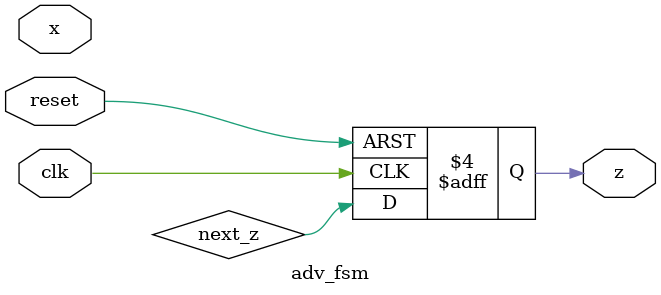
<source format=v>
module adv_fsm(
input clk,
input reset,
input x,
output z ); 
reg [1:0] present_state, next_state;
parameter IDLE=0, S1=1, S10=2, S101=3;
// output signal z is asserted to 1 when present_state is S101 
// present_state is reset to IDLE when rset is high
// otherwise it is assigned next state
// if present_state is IDLE, next_state is assigned S1 if x is 1, otherwise next_state stays at IDLE
// if present_state is S1, next_state is assigned S10 if x is 0, otherwise next_state stays at IDLE 
// if present_state is S10, next_state is assigned S101 if x is 1, otherwise next_state stays at IDLE 
// if present_state is S101, next_state is assigned IDLE


always @(posedge clk or negedge reset) begin
  if (reset == 1'b0) begin
    state <= IDLE;
    x <= 0;
    z <= 0;
    next_state <= 0;
    next_state <= 0;
  end else begin
    state <= next_state;
    x <= next_x;
    z <= next_z;
    next_state <= next_state;
    next_state <= next_state;
  end
end

endmodule

</source>
